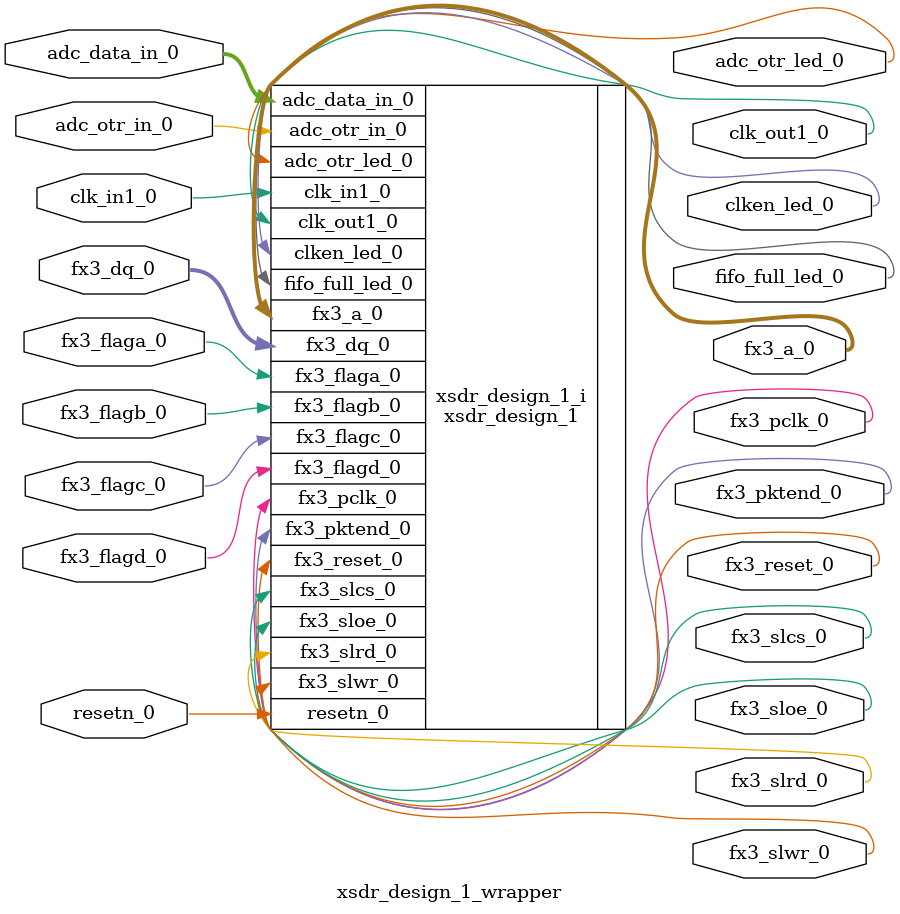
<source format=v>
`timescale 1 ps / 1 ps

module xsdr_design_1_wrapper
   (adc_data_in_0,
    adc_otr_in_0,
    adc_otr_led_0,
    clk_in1_0,
    clk_out1_0,
    clken_led_0,
    fifo_full_led_0,
    fx3_a_0,
    fx3_dq_0,
    fx3_flaga_0,
    fx3_flagb_0,
    fx3_flagc_0,
    fx3_flagd_0,
    fx3_pclk_0,
    fx3_pktend_0,
    fx3_reset_0,
    fx3_slcs_0,
    fx3_sloe_0,
    fx3_slrd_0,
    fx3_slwr_0,
    resetn_0);
  input [11:0]adc_data_in_0;
  input adc_otr_in_0;
  output adc_otr_led_0;
  input clk_in1_0;
  output clk_out1_0;
  output clken_led_0;
  output fifo_full_led_0;
  output [1:0]fx3_a_0;
  inout [31:0]fx3_dq_0;
  input fx3_flaga_0;
  input fx3_flagb_0;
  input fx3_flagc_0;
  input fx3_flagd_0;
  output fx3_pclk_0;
  output fx3_pktend_0;
  output fx3_reset_0;
  output fx3_slcs_0;
  output fx3_sloe_0;
  output fx3_slrd_0;
  output fx3_slwr_0;
  input resetn_0;

  wire [11:0]adc_data_in_0;
  wire adc_otr_in_0;
  wire adc_otr_led_0;
  wire clk_in1_0;
  wire clk_out1_0;
  wire clken_led_0;
  wire fifo_full_led_0;
  wire [1:0]fx3_a_0;
  wire [31:0]fx3_dq_0;
  wire fx3_flaga_0;
  wire fx3_flagb_0;
  wire fx3_flagc_0;
  wire fx3_flagd_0;
  wire fx3_pclk_0;
  wire fx3_pktend_0;
  wire fx3_reset_0;
  wire fx3_slcs_0;
  wire fx3_sloe_0;
  wire fx3_slrd_0;
  wire fx3_slwr_0;
  wire resetn_0;

  xsdr_design_1 xsdr_design_1_i
       (.adc_data_in_0(adc_data_in_0),
        .adc_otr_in_0(adc_otr_in_0),
        .adc_otr_led_0(adc_otr_led_0),
        .clk_in1_0(clk_in1_0),
        .clk_out1_0(clk_out1_0),
        .clken_led_0(clken_led_0),
        .fifo_full_led_0(fifo_full_led_0),
        .fx3_a_0(fx3_a_0),
        .fx3_dq_0(fx3_dq_0),
        .fx3_flaga_0(fx3_flaga_0),
        .fx3_flagb_0(fx3_flagb_0),
        .fx3_flagc_0(fx3_flagc_0),
        .fx3_flagd_0(fx3_flagd_0),
        .fx3_pclk_0(fx3_pclk_0),
        .fx3_pktend_0(fx3_pktend_0),
        .fx3_reset_0(fx3_reset_0),
        .fx3_slcs_0(fx3_slcs_0),
        .fx3_sloe_0(fx3_sloe_0),
        .fx3_slrd_0(fx3_slrd_0),
        .fx3_slwr_0(fx3_slwr_0),
        .resetn_0(resetn_0));
endmodule

</source>
